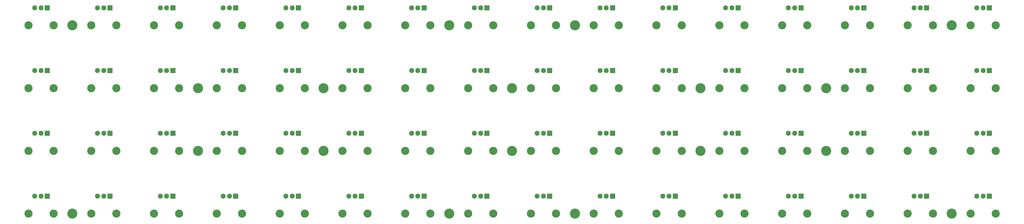
<source format=gts>
G04 #@! TF.GenerationSoftware,KiCad,Pcbnew,9.0.6*
G04 #@! TF.CreationDate,2025-12-16T13:31:53+01:00*
G04 #@! TF.ProjectId,Pots,506f7473-2e6b-4696-9361-645f70636258,rev?*
G04 #@! TF.SameCoordinates,Original*
G04 #@! TF.FileFunction,Soldermask,Top*
G04 #@! TF.FilePolarity,Negative*
%FSLAX46Y46*%
G04 Gerber Fmt 4.6, Leading zero omitted, Abs format (unit mm)*
G04 Created by KiCad (PCBNEW 9.0.6) date 2025-12-16 13:31:53*
%MOMM*%
%LPD*%
G01*
G04 APERTURE LIST*
G04 Aperture macros list*
%AMRoundRect*
0 Rectangle with rounded corners*
0 $1 Rounding radius*
0 $2 $3 $4 $5 $6 $7 $8 $9 X,Y pos of 4 corners*
0 Add a 4 corners polygon primitive as box body*
4,1,4,$2,$3,$4,$5,$6,$7,$8,$9,$2,$3,0*
0 Add four circle primitives for the rounded corners*
1,1,$1+$1,$2,$3*
1,1,$1+$1,$4,$5*
1,1,$1+$1,$6,$7*
1,1,$1+$1,$8,$9*
0 Add four rect primitives between the rounded corners*
20,1,$1+$1,$2,$3,$4,$5,0*
20,1,$1+$1,$4,$5,$6,$7,0*
20,1,$1+$1,$6,$7,$8,$9,0*
20,1,$1+$1,$8,$9,$2,$3,0*%
G04 Aperture macros list end*
%ADD10C,4.000000*%
%ADD11RoundRect,0.050800X0.930200X0.930200X-0.930200X0.930200X-0.930200X-0.930200X0.930200X-0.930200X0*%
%ADD12C,1.962000*%
%ADD13C,3.217600*%
G04 APERTURE END LIST*
D10*
X316500000Y-164000000D03*
D11*
X231500000Y-157000000D03*
D12*
X229000000Y-157000000D03*
X226500000Y-157000000D03*
D13*
X234000000Y-164000000D03*
X224000000Y-164000000D03*
D10*
X516500000Y-164000000D03*
D11*
X331500000Y-157000000D03*
D12*
X329000000Y-157000000D03*
X326500000Y-157000000D03*
D13*
X334000000Y-164000000D03*
X324000000Y-164000000D03*
D11*
X281500000Y-182000000D03*
D12*
X279000000Y-182000000D03*
X276500000Y-182000000D03*
D13*
X284000000Y-189000000D03*
X274000000Y-189000000D03*
D10*
X366500000Y-239000000D03*
X516500000Y-239000000D03*
D11*
X406500000Y-157000000D03*
D12*
X404000000Y-157000000D03*
X401500000Y-157000000D03*
D13*
X409000000Y-164000000D03*
X399000000Y-164000000D03*
D11*
X531500000Y-157000000D03*
D12*
X529000000Y-157000000D03*
X526500000Y-157000000D03*
D13*
X534000000Y-164000000D03*
X524000000Y-164000000D03*
D10*
X216500000Y-214000000D03*
D11*
X431500000Y-232000000D03*
D12*
X429000000Y-232000000D03*
X426500000Y-232000000D03*
D13*
X434000000Y-239000000D03*
X424000000Y-239000000D03*
D11*
X306500000Y-157000000D03*
D12*
X304000000Y-157000000D03*
X301500000Y-157000000D03*
D13*
X309000000Y-164000000D03*
X299000000Y-164000000D03*
D11*
X181500000Y-182000000D03*
D12*
X179000000Y-182000000D03*
X176500000Y-182000000D03*
D13*
X184000000Y-189000000D03*
X174000000Y-189000000D03*
D10*
X266500000Y-214000000D03*
D11*
X156500000Y-182000000D03*
D12*
X154000000Y-182000000D03*
X151500000Y-182000000D03*
D13*
X159000000Y-189000000D03*
X149000000Y-189000000D03*
D10*
X416500000Y-214000000D03*
D11*
X481500000Y-232000000D03*
D12*
X479000000Y-232000000D03*
X476500000Y-232000000D03*
D13*
X484000000Y-239000000D03*
X474000000Y-239000000D03*
D11*
X206500000Y-207000000D03*
D12*
X204000000Y-207000000D03*
X201500000Y-207000000D03*
D13*
X209000000Y-214000000D03*
X199000000Y-214000000D03*
D11*
X356500000Y-157000000D03*
D12*
X354000000Y-157000000D03*
X351500000Y-157000000D03*
D13*
X359000000Y-164000000D03*
X349000000Y-164000000D03*
D11*
X506500000Y-232000000D03*
D12*
X504000000Y-232000000D03*
X501500000Y-232000000D03*
D13*
X509000000Y-239000000D03*
X499000000Y-239000000D03*
D11*
X531500000Y-232000000D03*
D12*
X529000000Y-232000000D03*
X526500000Y-232000000D03*
D13*
X534000000Y-239000000D03*
X524000000Y-239000000D03*
D11*
X381500000Y-207000000D03*
D12*
X379000000Y-207000000D03*
X376500000Y-207000000D03*
D13*
X384000000Y-214000000D03*
X374000000Y-214000000D03*
D11*
X481500000Y-207000000D03*
D12*
X479000000Y-207000000D03*
X476500000Y-207000000D03*
D13*
X484000000Y-214000000D03*
X474000000Y-214000000D03*
D11*
X456500000Y-182000000D03*
D12*
X454000000Y-182000000D03*
X451500000Y-182000000D03*
D13*
X459000000Y-189000000D03*
X449000000Y-189000000D03*
D11*
X181500000Y-232000000D03*
D12*
X179000000Y-232000000D03*
X176500000Y-232000000D03*
D13*
X184000000Y-239000000D03*
X174000000Y-239000000D03*
D11*
X181500000Y-207000000D03*
D12*
X179000000Y-207000000D03*
X176500000Y-207000000D03*
D13*
X184000000Y-214000000D03*
X174000000Y-214000000D03*
D11*
X281500000Y-232000000D03*
D12*
X279000000Y-232000000D03*
X276500000Y-232000000D03*
D13*
X284000000Y-239000000D03*
X274000000Y-239000000D03*
D11*
X381500000Y-157000000D03*
D12*
X379000000Y-157000000D03*
X376500000Y-157000000D03*
D13*
X384000000Y-164000000D03*
X374000000Y-164000000D03*
D11*
X256500000Y-157000000D03*
D12*
X254000000Y-157000000D03*
X251500000Y-157000000D03*
D13*
X259000000Y-164000000D03*
X249000000Y-164000000D03*
D11*
X231500000Y-207000000D03*
D12*
X229000000Y-207000000D03*
X226500000Y-207000000D03*
D13*
X234000000Y-214000000D03*
X224000000Y-214000000D03*
D10*
X466500000Y-189000000D03*
X341500000Y-189000000D03*
D11*
X156500000Y-157000000D03*
D12*
X154000000Y-157000000D03*
X151500000Y-157000000D03*
D13*
X159000000Y-164000000D03*
X149000000Y-164000000D03*
D11*
X281500000Y-157000000D03*
D12*
X279000000Y-157000000D03*
X276500000Y-157000000D03*
D13*
X284000000Y-164000000D03*
X274000000Y-164000000D03*
D11*
X381500000Y-182000000D03*
D12*
X379000000Y-182000000D03*
X376500000Y-182000000D03*
D13*
X384000000Y-189000000D03*
X374000000Y-189000000D03*
D11*
X356500000Y-182000000D03*
D12*
X354000000Y-182000000D03*
X351500000Y-182000000D03*
D13*
X359000000Y-189000000D03*
X349000000Y-189000000D03*
D11*
X406500000Y-207000000D03*
D12*
X404000000Y-207000000D03*
X401500000Y-207000000D03*
D13*
X409000000Y-214000000D03*
X399000000Y-214000000D03*
D10*
X166500000Y-164000000D03*
X266500000Y-189000000D03*
D11*
X231500000Y-182000000D03*
D12*
X229000000Y-182000000D03*
X226500000Y-182000000D03*
D13*
X234000000Y-189000000D03*
X224000000Y-189000000D03*
D11*
X531500000Y-182000000D03*
D12*
X529000000Y-182000000D03*
X526500000Y-182000000D03*
D13*
X534000000Y-189000000D03*
X524000000Y-189000000D03*
D10*
X166500000Y-239000000D03*
D11*
X206500000Y-157000000D03*
D12*
X204000000Y-157000000D03*
X201500000Y-157000000D03*
D13*
X209000000Y-164000000D03*
X199000000Y-164000000D03*
D11*
X481500000Y-157000000D03*
D12*
X479000000Y-157000000D03*
X476500000Y-157000000D03*
D13*
X484000000Y-164000000D03*
X474000000Y-164000000D03*
D11*
X231500000Y-232000000D03*
D12*
X229000000Y-232000000D03*
X226500000Y-232000000D03*
D13*
X234000000Y-239000000D03*
X224000000Y-239000000D03*
D11*
X381500000Y-232000000D03*
D12*
X379000000Y-232000000D03*
X376500000Y-232000000D03*
D13*
X384000000Y-239000000D03*
X374000000Y-239000000D03*
D11*
X456500000Y-232000000D03*
D12*
X454000000Y-232000000D03*
X451500000Y-232000000D03*
D13*
X459000000Y-239000000D03*
X449000000Y-239000000D03*
D11*
X506500000Y-207000000D03*
D12*
X504000000Y-207000000D03*
X501500000Y-207000000D03*
D13*
X509000000Y-214000000D03*
X499000000Y-214000000D03*
D11*
X306500000Y-207000000D03*
D12*
X304000000Y-207000000D03*
X301500000Y-207000000D03*
D13*
X309000000Y-214000000D03*
X299000000Y-214000000D03*
D11*
X456500000Y-157000000D03*
D12*
X454000000Y-157000000D03*
X451500000Y-157000000D03*
D13*
X459000000Y-164000000D03*
X449000000Y-164000000D03*
D11*
X506500000Y-157000000D03*
D12*
X504000000Y-157000000D03*
X501500000Y-157000000D03*
D13*
X509000000Y-164000000D03*
X499000000Y-164000000D03*
D10*
X216500000Y-189000000D03*
D11*
X306500000Y-182000000D03*
D12*
X304000000Y-182000000D03*
X301500000Y-182000000D03*
D13*
X309000000Y-189000000D03*
X299000000Y-189000000D03*
D11*
X356500000Y-232000000D03*
D12*
X354000000Y-232000000D03*
X351500000Y-232000000D03*
D13*
X359000000Y-239000000D03*
X349000000Y-239000000D03*
D11*
X256500000Y-232000000D03*
D12*
X254000000Y-232000000D03*
X251500000Y-232000000D03*
D13*
X259000000Y-239000000D03*
X249000000Y-239000000D03*
D11*
X406500000Y-232000000D03*
D12*
X404000000Y-232000000D03*
X401500000Y-232000000D03*
D13*
X409000000Y-239000000D03*
X399000000Y-239000000D03*
D11*
X331500000Y-182000000D03*
D12*
X329000000Y-182000000D03*
X326500000Y-182000000D03*
D13*
X334000000Y-189000000D03*
X324000000Y-189000000D03*
D11*
X256500000Y-182000000D03*
D12*
X254000000Y-182000000D03*
X251500000Y-182000000D03*
D13*
X259000000Y-189000000D03*
X249000000Y-189000000D03*
D11*
X481500000Y-182000000D03*
D12*
X479000000Y-182000000D03*
X476500000Y-182000000D03*
D13*
X484000000Y-189000000D03*
X474000000Y-189000000D03*
D11*
X506500000Y-182000000D03*
D12*
X504000000Y-182000000D03*
X501500000Y-182000000D03*
D13*
X509000000Y-189000000D03*
X499000000Y-189000000D03*
D11*
X281500000Y-207000000D03*
D12*
X279000000Y-207000000D03*
X276500000Y-207000000D03*
D13*
X284000000Y-214000000D03*
X274000000Y-214000000D03*
D11*
X156500000Y-207000000D03*
D12*
X154000000Y-207000000D03*
X151500000Y-207000000D03*
D13*
X159000000Y-214000000D03*
X149000000Y-214000000D03*
D10*
X466500000Y-214000000D03*
D11*
X331500000Y-232000000D03*
D12*
X329000000Y-232000000D03*
X326500000Y-232000000D03*
D13*
X334000000Y-239000000D03*
X324000000Y-239000000D03*
D11*
X406500000Y-182000000D03*
D12*
X404000000Y-182000000D03*
X401500000Y-182000000D03*
D13*
X409000000Y-189000000D03*
X399000000Y-189000000D03*
D11*
X206500000Y-232000000D03*
D12*
X204000000Y-232000000D03*
X201500000Y-232000000D03*
D13*
X209000000Y-239000000D03*
X199000000Y-239000000D03*
D11*
X306500000Y-232000000D03*
D12*
X304000000Y-232000000D03*
X301500000Y-232000000D03*
D13*
X309000000Y-239000000D03*
X299000000Y-239000000D03*
D11*
X256500000Y-207000000D03*
D12*
X254000000Y-207000000D03*
X251500000Y-207000000D03*
D13*
X259000000Y-214000000D03*
X249000000Y-214000000D03*
D10*
X366500000Y-164000000D03*
D11*
X431500000Y-182000000D03*
D12*
X429000000Y-182000000D03*
X426500000Y-182000000D03*
D13*
X434000000Y-189000000D03*
X424000000Y-189000000D03*
D11*
X531500000Y-207000000D03*
D12*
X529000000Y-207000000D03*
X526500000Y-207000000D03*
D13*
X534000000Y-214000000D03*
X524000000Y-214000000D03*
D11*
X356500000Y-207000000D03*
D12*
X354000000Y-207000000D03*
X351500000Y-207000000D03*
D13*
X359000000Y-214000000D03*
X349000000Y-214000000D03*
D11*
X206500000Y-182000000D03*
D12*
X204000000Y-182000000D03*
X201500000Y-182000000D03*
D13*
X209000000Y-189000000D03*
X199000000Y-189000000D03*
D10*
X316500000Y-239000000D03*
D11*
X156500000Y-232000000D03*
D12*
X154000000Y-232000000D03*
X151500000Y-232000000D03*
D13*
X159000000Y-239000000D03*
X149000000Y-239000000D03*
D11*
X331500000Y-207000000D03*
D12*
X329000000Y-207000000D03*
X326500000Y-207000000D03*
D13*
X334000000Y-214000000D03*
X324000000Y-214000000D03*
D11*
X431500000Y-207000000D03*
D12*
X429000000Y-207000000D03*
X426500000Y-207000000D03*
D13*
X434000000Y-214000000D03*
X424000000Y-214000000D03*
D10*
X416500000Y-189000000D03*
D11*
X181500000Y-157000000D03*
D12*
X179000000Y-157000000D03*
X176500000Y-157000000D03*
D13*
X184000000Y-164000000D03*
X174000000Y-164000000D03*
D11*
X456500000Y-207000000D03*
D12*
X454000000Y-207000000D03*
X451500000Y-207000000D03*
D13*
X459000000Y-214000000D03*
X449000000Y-214000000D03*
D11*
X431500000Y-157000000D03*
D12*
X429000000Y-157000000D03*
X426500000Y-157000000D03*
D13*
X434000000Y-164000000D03*
X424000000Y-164000000D03*
D10*
X341500000Y-214000000D03*
M02*

</source>
